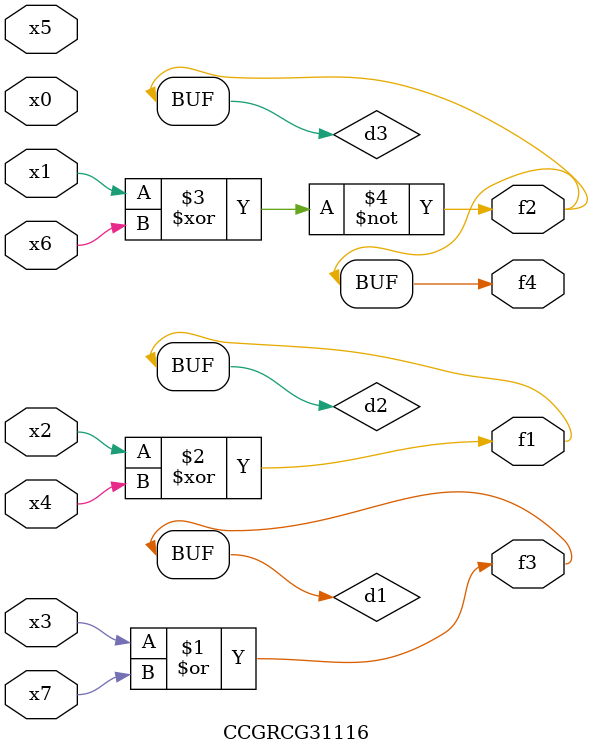
<source format=v>
module CCGRCG31116(
	input x0, x1, x2, x3, x4, x5, x6, x7,
	output f1, f2, f3, f4
);

	wire d1, d2, d3;

	or (d1, x3, x7);
	xor (d2, x2, x4);
	xnor (d3, x1, x6);
	assign f1 = d2;
	assign f2 = d3;
	assign f3 = d1;
	assign f4 = d3;
endmodule

</source>
